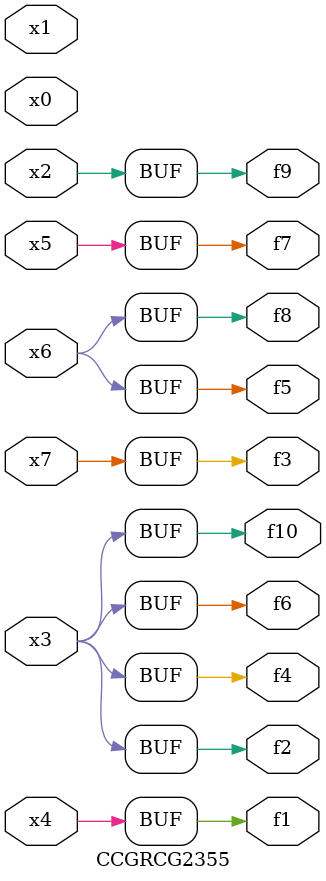
<source format=v>
module CCGRCG2355(
	input x0, x1, x2, x3, x4, x5, x6, x7,
	output f1, f2, f3, f4, f5, f6, f7, f8, f9, f10
);
	assign f1 = x4;
	assign f2 = x3;
	assign f3 = x7;
	assign f4 = x3;
	assign f5 = x6;
	assign f6 = x3;
	assign f7 = x5;
	assign f8 = x6;
	assign f9 = x2;
	assign f10 = x3;
endmodule

</source>
